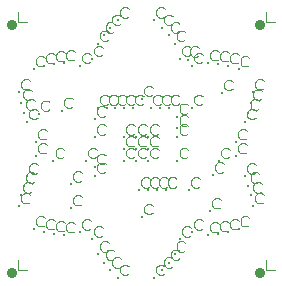
<source format=gbr>
G04 GENERATED BY PULSONIX 8.5 GERBER.DLL 5900*
G04 #@! TF.Part,Single*
%FSLAX35Y35*%
%LPD*%
%MOIN*%
G04 #@! TA.AperFunction,ViaPad*
%ADD106C,0.01000*%
G04 #@! TD.AperFunction*
%ADD107C,0.00394*%
G04 #@! TA.AperFunction,WasherPad*
%ADD328C,0.03600*%
G04 #@! TA.AperFunction,ComponentPad*
%ADD332C,0.01000*%
X0Y0D02*
D02*
D106*
X22887Y42826D03*
Y80796D03*
X23483Y46325D03*
Y77297D03*
X24368Y49645D03*
Y73977D03*
X25520Y52763D03*
Y70859D03*
X27685Y35149D03*
Y88474D03*
X28428Y59477D03*
Y64145D03*
X29331Y73622D03*
X31090Y34150D03*
Y89472D03*
X34252Y57874D03*
X34462Y33491D03*
Y90131D03*
X37205Y74606D03*
X37770Y33160D03*
Y90462D03*
X40157Y42126D03*
Y50000D03*
X43098Y34068D03*
Y89554D03*
X45079Y57874D03*
X47141Y31733D03*
Y91889D03*
X48031Y52953D03*
Y55906D03*
Y65748D03*
Y71654D03*
X49016Y75591D03*
X49019Y26665D03*
Y96957D03*
X50959Y23966D03*
Y99656D03*
X51969Y75591D03*
X53216Y21376D03*
Y102246D03*
X54921Y75591D03*
X55784Y18925D03*
Y104697D03*
X57874Y75591D03*
X60827D03*
X62795Y48031D03*
X63780Y39173D03*
Y78543D03*
X65748Y48031D03*
X66732Y75591D03*
X67838Y18925D03*
Y104697D03*
X68701Y48031D03*
X69685Y75591D03*
X70406Y21376D03*
Y102246D03*
X71654Y48031D03*
X72638Y75591D03*
X72663Y23966D03*
Y99656D03*
X74603Y26665D03*
Y96957D03*
X75591Y57874D03*
Y65748D03*
Y68701D03*
Y72638D03*
X76481Y31733D03*
Y91889D03*
X79035Y91645D03*
X79528Y48032D03*
X80512Y75591D03*
X80524Y34068D03*
Y89554D03*
X85852Y33160D03*
Y90462D03*
X86417Y41142D03*
X87402Y53030D03*
X89160Y33491D03*
Y90131D03*
X89370Y57874D03*
X90354Y80512D03*
X92532Y34150D03*
Y89472D03*
X95194Y59477D03*
Y64145D03*
X95937Y35149D03*
Y88474D03*
X98102Y52763D03*
Y70859D03*
X99254Y49645D03*
Y73977D03*
X100139Y46325D03*
Y77297D03*
X100735Y42826D03*
Y80796D03*
D02*
D107*
X22469Y24815D02*
X22469Y21341D01*
X25364*
X22469Y107492D02*
X22469Y104018D01*
X25364*
X26479Y44274D02*
X26189Y43984D01*
X25610Y43695*
X24742*
X24163Y43984*
X23873Y44274*
X23584Y44853*
Y46011*
X23873Y46590*
X24163Y46879*
X24742Y47169*
X25610*
X26189Y46879*
X26479Y46590*
Y82243D02*
X26189Y81954D01*
X25610Y81664*
X24742*
X24163Y81954*
X23873Y82243*
X23584Y82822*
Y83980*
X23873Y84559*
X24163Y84848*
X24742Y85138*
X25610*
X26189Y84848*
X26479Y84559*
X27074Y47773D02*
X26785Y47483D01*
X26206Y47194*
X25337*
X24758Y47483*
X24469Y47773*
X24179Y48352*
Y49510*
X24469Y50089*
X24758Y50378*
X25337Y50668*
X26206*
X26785Y50378*
X27074Y50089*
Y78744D02*
X26785Y78455D01*
X26206Y78165*
X25337*
X24758Y78455*
X24469Y78744*
X24179Y79323*
Y80481*
X24469Y81060*
X24758Y81350*
X25337Y81639*
X26206*
X26785Y81350*
X27074Y81060*
X27960Y51092D02*
X27670Y50803D01*
X27091Y50513*
X26223*
X25644Y50803*
X25354Y51092*
X25065Y51671*
Y52829*
X25354Y53408*
X25644Y53698*
X26223Y53987*
X27091*
X27670Y53698*
X27960Y53408*
Y75424D02*
X27670Y75135D01*
X27091Y74846*
X26223*
X25644Y75135*
X25354Y75424*
X25065Y76003*
Y77161*
X25354Y77740*
X25644Y78030*
X26223Y78319*
X27091*
X27670Y78030*
X27960Y77740*
X29112Y54210D02*
X28823Y53921D01*
X28244Y53631*
X27375*
X26796Y53921*
X26507Y54210*
X26217Y54789*
Y55947*
X26507Y56526*
X26796Y56816*
X27375Y57105*
X28244*
X28823Y56816*
X29112Y56526*
Y72307D02*
X28823Y72017D01*
X28244Y71728*
X27375*
X26796Y72017*
X26507Y72307*
X26217Y72886*
Y74044*
X26507Y74623*
X26796Y74912*
X27375Y75202*
X28244*
X28823Y74912*
X29112Y74623*
X31276Y36596D02*
X30987Y36306D01*
X30408Y36017*
X29539*
X28960Y36306*
X28671Y36596*
X28381Y37175*
Y38333*
X28671Y38912*
X28960Y39201*
X29539Y39491*
X30408*
X30987Y39201*
X31276Y38912*
Y89921D02*
X30987Y89631D01*
X30408Y89342*
X29539*
X28960Y89631*
X28671Y89921*
X28381Y90500*
Y91658*
X28671Y92237*
X28960Y92526*
X29539Y92816*
X30408*
X30987Y92526*
X31276Y92237*
X32020Y60924D02*
X31730Y60635D01*
X31151Y60345*
X30283*
X29704Y60635*
X29414Y60924*
X29125Y61503*
Y62661*
X29414Y63240*
X29704Y63529*
X30283Y63819*
X31151*
X31730Y63529*
X32020Y63240*
Y65593D02*
X31730Y65303D01*
X31151Y65014*
X30283*
X29704Y65303*
X29414Y65593*
X29125Y66172*
Y67330*
X29414Y67909*
X29704Y68198*
X30283Y68488*
X31151*
X31730Y68198*
X32020Y67909*
X32922Y75069D02*
X32633Y74780D01*
X32054Y74491*
X31186*
X30607Y74780*
X30317Y75069*
X30028Y75648*
Y76806*
X30317Y77385*
X30607Y77675*
X31186Y77964*
X32054*
X32633Y77675*
X32922Y77385*
X34682Y35598D02*
X34393Y35308D01*
X33814Y35019*
X32945*
X32366Y35308*
X32077Y35598*
X31787Y36177*
Y37334*
X32077Y37913*
X32366Y38203*
X32945Y38492*
X33814*
X34393Y38203*
X34682Y37913*
Y90919D02*
X34393Y90630D01*
X33814Y90340*
X32945*
X32366Y90630*
X32077Y90919*
X31787Y91498*
Y92656*
X32077Y93235*
X32366Y93525*
X32945Y93814*
X33814*
X34393Y93525*
X34682Y93235*
X37844Y59321D02*
X37554Y59032D01*
X36975Y58742*
X36107*
X35528Y59032*
X35238Y59321*
X34949Y59900*
Y61058*
X35238Y61637*
X35528Y61927*
X36107Y62216*
X36975*
X37554Y61927*
X37844Y61637*
X38054Y34938D02*
X37764Y34649D01*
X37186Y34359*
X36317*
X35738Y34649*
X35449Y34938*
X35159Y35517*
Y36675*
X35449Y37254*
X35738Y37543*
X36317Y37833*
X37186*
X37764Y37543*
X38054Y37254*
Y91579D02*
X37764Y91289D01*
X37186Y91000*
X36317*
X35738Y91289*
X35449Y91579*
X35159Y92158*
Y93316*
X35449Y93895*
X35738Y94184*
X36317Y94474*
X37186*
X37764Y94184*
X38054Y93895*
X40796Y76054D02*
X40507Y75764D01*
X39928Y75475*
X39060*
X38481Y75764*
X38191Y76054*
X37902Y76633*
Y77791*
X38191Y78370*
X38481Y78659*
X39060Y78949*
X39928*
X40507Y78659*
X40796Y78370*
X41361Y34607D02*
X41072Y34318D01*
X40493Y34028*
X39625*
X39046Y34318*
X38756Y34607*
X38467Y35186*
Y36344*
X38756Y36923*
X39046Y37213*
X39625Y37502*
X40493*
X41072Y37213*
X41361Y36923*
Y91910D02*
X41072Y91620D01*
X40493Y91331*
X39625*
X39046Y91620*
X38756Y91910*
X38467Y92489*
Y93647*
X38756Y94226*
X39046Y94515*
X39625Y94805*
X40493*
X41072Y94515*
X41361Y94226*
X43749Y43573D02*
X43460Y43284D01*
X42881Y42994*
X42012*
X41433Y43284*
X41144Y43573*
X40854Y44152*
Y45310*
X41144Y45889*
X41433Y46179*
X42012Y46468*
X42881*
X43460Y46179*
X43749Y45889*
Y51447D02*
X43460Y51158D01*
X42881Y50868*
X42012*
X41433Y51158*
X41144Y51447*
X40854Y52026*
Y53184*
X41144Y53763*
X41433Y54053*
X42012Y54342*
X42881*
X43460Y54053*
X43749Y53763*
X46690Y35515D02*
X46400Y35226D01*
X45821Y34936*
X44953*
X44374Y35226*
X44084Y35515*
X43795Y36094*
Y37252*
X44084Y37831*
X44374Y38120*
X44953Y38410*
X45821*
X46400Y38120*
X46690Y37831*
Y91002D02*
X46400Y90712D01*
X45821Y90423*
X44953*
X44374Y90712*
X44084Y91002*
X43795Y91581*
Y92739*
X44084Y93318*
X44374Y93607*
X44953Y93897*
X45821*
X46400Y93607*
X46690Y93318*
X48670Y59321D02*
X48381Y59032D01*
X47802Y58742*
X46934*
X46355Y59032*
X46065Y59321*
X45776Y59900*
Y61058*
X46065Y61637*
X46355Y61927*
X46934Y62216*
X47802*
X48381Y61927*
X48670Y61637*
X50733Y33181D02*
X50443Y32891D01*
X49864Y32602*
X48996*
X48417Y32891*
X48127Y33181*
X47838Y33760*
Y34918*
X48127Y35497*
X48417Y35786*
X48996Y36076*
X49864*
X50443Y35786*
X50733Y35497*
Y93336D02*
X50443Y93047D01*
X49864Y92757*
X48996*
X48417Y93047*
X48127Y93336*
X47838Y93915*
Y95073*
X48127Y95652*
X48417Y95942*
X48996Y96231*
X49864*
X50443Y95942*
X50733Y95652*
X51623Y54400D02*
X51334Y54111D01*
X50755Y53821*
X49886*
X49307Y54111*
X49018Y54400*
X48728Y54979*
Y56137*
X49018Y56716*
X49307Y57006*
X49886Y57295*
X50755*
X51334Y57006*
X51623Y56716*
Y57353D02*
X51334Y57063D01*
X50755Y56774*
X49886*
X49307Y57063*
X49018Y57353*
X48728Y57932*
Y59090*
X49018Y59669*
X49307Y59958*
X49886Y60248*
X50755*
X51334Y59958*
X51623Y59669*
Y67195D02*
X51334Y66906D01*
X50755Y66616*
X49886*
X49307Y66906*
X49018Y67195*
X48728Y67774*
Y68932*
X49018Y69511*
X49307Y69801*
X49886Y70090*
X50755*
X51334Y69801*
X51623Y69511*
Y73101D02*
X51334Y72811D01*
X50755Y72522*
X49886*
X49307Y72811*
X49018Y73101*
X48728Y73680*
Y74838*
X49018Y75417*
X49307Y75706*
X49886Y75996*
X50755*
X51334Y75706*
X51623Y75417*
X52607Y77038D02*
X52318Y76749D01*
X51739Y76459*
X50871*
X50292Y76749*
X50002Y77038*
X49713Y77617*
Y78775*
X50002Y79354*
X50292Y79643*
X50871Y79933*
X51739*
X52318Y79643*
X52607Y79354*
X52611Y28112D02*
X52321Y27823D01*
X51742Y27534*
X50874*
X50295Y27823*
X50005Y28112*
X49716Y28691*
Y29849*
X50005Y30428*
X50295Y30718*
X50874Y31007*
X51742*
X52321Y30718*
X52611Y30428*
Y98404D02*
X52321Y98115D01*
X51742Y97825*
X50874*
X50295Y98115*
X50005Y98404*
X49716Y98983*
Y100141*
X50005Y100720*
X50295Y101010*
X50874Y101299*
X51742*
X52321Y101010*
X52611Y100720*
X54551Y25414D02*
X54261Y25124D01*
X53682Y24835*
X52814*
X52235Y25124*
X51946Y25414*
X51656Y25992*
Y27150*
X51946Y27729*
X52235Y28019*
X52814Y28308*
X53682*
X54261Y28019*
X54551Y27729*
Y101103D02*
X54261Y100814D01*
X53682Y100524*
X52814*
X52235Y100814*
X51946Y101103*
X51656Y101682*
Y102840*
X51946Y103419*
X52235Y103709*
X52814Y103998*
X53682*
X54261Y103709*
X54551Y103419*
X55560Y77038D02*
X55271Y76749D01*
X54692Y76459*
X53823*
X53244Y76749*
X52955Y77038*
X52665Y77617*
Y78775*
X52955Y79354*
X53244Y79643*
X53823Y79933*
X54692*
X55271Y79643*
X55560Y79354*
X56808Y22823D02*
X56518Y22534D01*
X55940Y22244*
X55071*
X54492Y22534*
X54203Y22823*
X53913Y23402*
Y24560*
X54203Y25139*
X54492Y25429*
X55071Y25718*
X55940*
X56518Y25429*
X56808Y25139*
Y103694D02*
X56518Y103404D01*
X55940Y103115*
X55071*
X54492Y103404*
X54203Y103694*
X53913Y104273*
Y105431*
X54203Y106010*
X54492Y106299*
X55071Y106589*
X55940*
X56518Y106299*
X56808Y106010*
X58513Y77038D02*
X58223Y76749D01*
X57645Y76459*
X56776*
X56197Y76749*
X55908Y77038*
X55618Y77617*
Y78775*
X55908Y79354*
X56197Y79643*
X56776Y79933*
X57645*
X58223Y79643*
X58513Y79354*
X59376Y20373D02*
X59086Y20083D01*
X58507Y19794*
X57639*
X57060Y20083*
X56770Y20373*
X56481Y20952*
Y22110*
X56770Y22689*
X57060Y22978*
X57639Y23268*
X58507*
X59086Y22978*
X59376Y22689*
Y106144D02*
X59086Y105855D01*
X58507Y105565*
X57639*
X57060Y105855*
X56770Y106144*
X56481Y106723*
Y107881*
X56770Y108460*
X57060Y108749*
X57639Y109039*
X58507*
X59086Y108749*
X59376Y108460*
X61466Y59321D02*
X61176Y59032D01*
X60597Y58742*
X59729*
X59150Y59032*
X58860Y59321*
X58571Y59900*
Y61058*
X58860Y61637*
X59150Y61927*
X59729Y62216*
X60597*
X61176Y61927*
X61466Y61637*
Y63258D02*
X61176Y62969D01*
X60597Y62679*
X59729*
X59150Y62969*
X58860Y63258*
X58571Y63837*
Y64995*
X58860Y65574*
X59150Y65864*
X59729Y66153*
X60597*
X61176Y65864*
X61466Y65574*
Y67195D02*
X61176Y66906D01*
X60597Y66616*
X59729*
X59150Y66906*
X58860Y67195*
X58571Y67774*
Y68932*
X58860Y69511*
X59150Y69801*
X59729Y70090*
X60597*
X61176Y69801*
X61466Y69511*
Y77038D02*
X61176Y76749D01*
X60597Y76459*
X59729*
X59150Y76749*
X58860Y77038*
X58571Y77617*
Y78775*
X58860Y79354*
X59150Y79643*
X59729Y79933*
X60597*
X61176Y79643*
X61466Y79354*
X64418Y77038D02*
X64129Y76749D01*
X63550Y76459*
X62682*
X62103Y76749*
X61813Y77038*
X61524Y77617*
Y78775*
X61813Y79354*
X62103Y79643*
X62682Y79933*
X63550*
X64129Y79643*
X64418Y79354*
X65403Y59321D02*
X65113Y59032D01*
X64534Y58742*
X63666*
X63087Y59032*
X62797Y59321*
X62508Y59900*
Y61058*
X62797Y61637*
X63087Y61927*
X63666Y62216*
X64534*
X65113Y61927*
X65403Y61637*
Y63258D02*
X65113Y62969D01*
X64534Y62679*
X63666*
X63087Y62969*
X62797Y63258*
X62508Y63837*
Y64995*
X62797Y65574*
X63087Y65864*
X63666Y66153*
X64534*
X65113Y65864*
X65403Y65574*
Y67195D02*
X65113Y66906D01*
X64534Y66616*
X63666*
X63087Y66906*
X62797Y67195*
X62508Y67774*
Y68932*
X62797Y69511*
X63087Y69801*
X63666Y70090*
X64534*
X65113Y69801*
X65403Y69511*
X66387Y49479D02*
X66097Y49189D01*
X65519Y48900*
X64650*
X64071Y49189*
X63782Y49479*
X63492Y50058*
Y51216*
X63782Y51795*
X64071Y52084*
X64650Y52374*
X65519*
X66097Y52084*
X66387Y51795*
X67371Y40621D02*
X67082Y40331D01*
X66503Y40042*
X65634*
X65055Y40331*
X64766Y40621*
X64476Y41200*
Y42358*
X64766Y42937*
X65055Y43226*
X65634Y43516*
X66503*
X67082Y43226*
X67371Y42937*
Y79991D02*
X67082Y79701D01*
X66503Y79412*
X65634*
X65055Y79701*
X64766Y79991*
X64476Y80570*
Y81728*
X64766Y82307*
X65055Y82596*
X65634Y82886*
X66503*
X67082Y82596*
X67371Y82307*
X69340Y49479D02*
X69050Y49189D01*
X68471Y48900*
X67603*
X67024Y49189*
X66734Y49479*
X66445Y50058*
Y51216*
X66734Y51795*
X67024Y52084*
X67603Y52374*
X68471*
X69050Y52084*
X69340Y51795*
Y59321D02*
X69050Y59032D01*
X68471Y58742*
X67603*
X67024Y59032*
X66734Y59321*
X66445Y59900*
Y61058*
X66734Y61637*
X67024Y61927*
X67603Y62216*
X68471*
X69050Y61927*
X69340Y61637*
Y63258D02*
X69050Y62969D01*
X68471Y62679*
X67603*
X67024Y62969*
X66734Y63258*
X66445Y63837*
Y64995*
X66734Y65574*
X67024Y65864*
X67603Y66153*
X68471*
X69050Y65864*
X69340Y65574*
Y67195D02*
X69050Y66906D01*
X68471Y66616*
X67603*
X67024Y66906*
X66734Y67195*
X66445Y67774*
Y68932*
X66734Y69511*
X67024Y69801*
X67603Y70090*
X68471*
X69050Y69801*
X69340Y69511*
X70324Y77038D02*
X70034Y76749D01*
X69456Y76459*
X68587*
X68008Y76749*
X67719Y77038*
X67429Y77617*
Y78775*
X67719Y79354*
X68008Y79643*
X68587Y79933*
X69456*
X70034Y79643*
X70324Y79354*
X71430Y20373D02*
X71140Y20083D01*
X70561Y19794*
X69693*
X69114Y20083*
X68825Y20373*
X68535Y20952*
Y22110*
X68825Y22689*
X69114Y22978*
X69693Y23268*
X70561*
X71140Y22978*
X71430Y22689*
Y106144D02*
X71140Y105855D01*
X70561Y105565*
X69693*
X69114Y105855*
X68825Y106144*
X68535Y106723*
Y107881*
X68825Y108460*
X69114Y108749*
X69693Y109039*
X70561*
X71140Y108749*
X71430Y108460*
X72292Y49479D02*
X72003Y49189D01*
X71424Y48900*
X70556*
X69977Y49189*
X69687Y49479*
X69398Y50058*
Y51216*
X69687Y51795*
X69977Y52084*
X70556Y52374*
X71424*
X72003Y52084*
X72292Y51795*
X73277Y77038D02*
X72987Y76749D01*
X72408Y76459*
X71540*
X70961Y76749*
X70671Y77038*
X70382Y77617*
Y78775*
X70671Y79354*
X70961Y79643*
X71540Y79933*
X72408*
X72987Y79643*
X73277Y79354*
X73997Y22823D02*
X73708Y22534D01*
X73129Y22244*
X72261*
X71682Y22534*
X71392Y22823*
X71103Y23402*
Y24560*
X71392Y25139*
X71682Y25429*
X72261Y25718*
X73129*
X73708Y25429*
X73997Y25139*
Y103694D02*
X73708Y103404D01*
X73129Y103115*
X72261*
X71682Y103404*
X71392Y103694*
X71103Y104273*
Y105431*
X71392Y106010*
X71682Y106299*
X72261Y106589*
X73129*
X73708Y106299*
X73997Y106010*
X75245Y49479D02*
X74956Y49189D01*
X74377Y48900*
X73508*
X72929Y49189*
X72640Y49479*
X72350Y50058*
Y51216*
X72640Y51795*
X72929Y52084*
X73508Y52374*
X74377*
X74956Y52084*
X75245Y51795*
X76229Y77038D02*
X75940Y76749D01*
X75361Y76459*
X74493*
X73914Y76749*
X73624Y77038*
X73335Y77617*
Y78775*
X73624Y79354*
X73914Y79643*
X74493Y79933*
X75361*
X75940Y79643*
X76229Y79354*
X76255Y25414D02*
X75965Y25124D01*
X75386Y24835*
X74518*
X73939Y25124*
X73649Y25414*
X73360Y25992*
Y27150*
X73649Y27729*
X73939Y28019*
X74518Y28308*
X75386*
X75965Y28019*
X76255Y27729*
Y101103D02*
X75965Y100814D01*
X75386Y100524*
X74518*
X73939Y100814*
X73649Y101103*
X73360Y101682*
Y102840*
X73649Y103419*
X73939Y103709*
X74518Y103998*
X75386*
X75965Y103709*
X76255Y103419*
X78195Y28112D02*
X77905Y27823D01*
X77326Y27534*
X76458*
X75879Y27823*
X75589Y28112*
X75300Y28691*
Y29849*
X75589Y30428*
X75879Y30718*
X76458Y31007*
X77326*
X77905Y30718*
X78195Y30428*
Y98404D02*
X77905Y98115D01*
X77326Y97825*
X76458*
X75879Y98115*
X75589Y98404*
X75300Y98983*
Y100141*
X75589Y100720*
X75879Y101010*
X76458Y101299*
X77326*
X77905Y101010*
X78195Y100720*
X79182Y59321D02*
X78893Y59032D01*
X78314Y58742*
X77445*
X76866Y59032*
X76577Y59321*
X76287Y59900*
Y61058*
X76577Y61637*
X76866Y61927*
X77445Y62216*
X78314*
X78893Y61927*
X79182Y61637*
Y67195D02*
X78893Y66906D01*
X78314Y66616*
X77445*
X76866Y66906*
X76577Y67195*
X76287Y67774*
Y68932*
X76577Y69511*
X76866Y69801*
X77445Y70090*
X78314*
X78893Y69801*
X79182Y69511*
Y70148D02*
X78893Y69859D01*
X78314Y69569*
X77445*
X76866Y69859*
X76577Y70148*
X76287Y70727*
Y71885*
X76577Y72464*
X76866Y72754*
X77445Y73043*
X78314*
X78893Y72754*
X79182Y72464*
Y74085D02*
X78893Y73796D01*
X78314Y73506*
X77445*
X76866Y73796*
X76577Y74085*
X76287Y74664*
Y75822*
X76577Y76401*
X76866Y76691*
X77445Y76980*
X78314*
X78893Y76691*
X79182Y76401*
X80073Y33181D02*
X79783Y32891D01*
X79204Y32602*
X78336*
X77757Y32891*
X77467Y33181*
X77178Y33760*
Y34918*
X77467Y35497*
X77757Y35786*
X78336Y36076*
X79204*
X79783Y35786*
X80073Y35497*
Y93336D02*
X79783Y93047D01*
X79204Y92757*
X78336*
X77757Y93047*
X77467Y93336*
X77178Y93915*
Y95073*
X77467Y95652*
X77757Y95942*
X78336Y96231*
X79204*
X79783Y95942*
X80073Y95652*
X82627Y93092D02*
X82338Y92803D01*
X81759Y92513*
X80890*
X80311Y92803*
X80022Y93092*
X79732Y93671*
Y94829*
X80022Y95408*
X80311Y95697*
X80890Y95987*
X81759*
X82338Y95697*
X82627Y95408*
X83120Y49480D02*
X82830Y49190D01*
X82251Y48901*
X81383*
X80804Y49190*
X80514Y49480*
X80225Y50059*
Y51216*
X80514Y51795*
X80804Y52085*
X81383Y52374*
X82251*
X82830Y52085*
X83120Y51795*
X84104Y77038D02*
X83814Y76749D01*
X83235Y76459*
X82367*
X81788Y76749*
X81498Y77038*
X81209Y77617*
Y78775*
X81498Y79354*
X81788Y79643*
X82367Y79933*
X83235*
X83814Y79643*
X84104Y79354*
X84116Y35515D02*
X83826Y35226D01*
X83247Y34936*
X82379*
X81800Y35226*
X81511Y35515*
X81221Y36094*
Y37252*
X81511Y37831*
X81800Y38120*
X82379Y38410*
X83247*
X83826Y38120*
X84116Y37831*
Y91002D02*
X83826Y90712D01*
X83247Y90423*
X82379*
X81800Y90712*
X81511Y91002*
X81221Y91581*
Y92739*
X81511Y93318*
X81800Y93607*
X82379Y93897*
X83247*
X83826Y93607*
X84116Y93318*
X89444Y34607D02*
X89154Y34318D01*
X88576Y34028*
X87707*
X87128Y34318*
X86839Y34607*
X86549Y35186*
Y36344*
X86839Y36923*
X87128Y37213*
X87707Y37502*
X88576*
X89154Y37213*
X89444Y36923*
Y91910D02*
X89154Y91620D01*
X88576Y91331*
X87707*
X87128Y91620*
X86839Y91910*
X86549Y92489*
Y93647*
X86839Y94226*
X87128Y94515*
X87707Y94805*
X88576*
X89154Y94515*
X89444Y94226*
X90009Y42589D02*
X89720Y42300D01*
X89141Y42010*
X88272*
X87693Y42300*
X87404Y42589*
X87114Y43168*
Y44326*
X87404Y44905*
X87693Y45195*
X88272Y45484*
X89141*
X89720Y45195*
X90009Y44905*
X90993Y54478D02*
X90704Y54188D01*
X90125Y53899*
X89256*
X88677Y54188*
X88388Y54478*
X88098Y55057*
Y56215*
X88388Y56794*
X88677Y57083*
X89256Y57373*
X90125*
X90704Y57083*
X90993Y56794*
X92751Y34938D02*
X92462Y34649D01*
X91883Y34359*
X91015*
X90436Y34649*
X90146Y34938*
X89857Y35517*
Y36675*
X90146Y37254*
X90436Y37543*
X91015Y37833*
X91883*
X92462Y37543*
X92751Y37254*
Y91579D02*
X92462Y91289D01*
X91883Y91000*
X91015*
X90436Y91289*
X90146Y91579*
X89857Y92158*
Y93316*
X90146Y93895*
X90436Y94184*
X91015Y94474*
X91883*
X92462Y94184*
X92751Y93895*
X92962Y59321D02*
X92672Y59032D01*
X92093Y58742*
X91225*
X90646Y59032*
X90356Y59321*
X90067Y59900*
Y61058*
X90356Y61637*
X90646Y61927*
X91225Y62216*
X92093*
X92672Y61927*
X92962Y61637*
X93946Y81959D02*
X93657Y81670D01*
X93078Y81380*
X92209*
X91630Y81670*
X91341Y81959*
X91051Y82538*
Y83696*
X91341Y84275*
X91630Y84565*
X92209Y84854*
X93078*
X93657Y84565*
X93946Y84275*
X96123Y35598D02*
X95834Y35308D01*
X95255Y35019*
X94386*
X93807Y35308*
X93518Y35598*
X93228Y36177*
Y37334*
X93518Y37913*
X93807Y38203*
X94386Y38492*
X95255*
X95834Y38203*
X96123Y37913*
Y90919D02*
X95834Y90630D01*
X95255Y90340*
X94386*
X93807Y90630*
X93518Y90919*
X93228Y91498*
Y92656*
X93518Y93235*
X93807Y93525*
X94386Y93814*
X95255*
X95834Y93525*
X96123Y93235*
X98786Y60924D02*
X98496Y60635D01*
X97917Y60345*
X97049*
X96470Y60635*
X96180Y60924*
X95891Y61503*
Y62661*
X96180Y63240*
X96470Y63529*
X97049Y63819*
X97917*
X98496Y63529*
X98786Y63240*
Y65593D02*
X98496Y65303D01*
X97917Y65014*
X97049*
X96470Y65303*
X96180Y65593*
X95891Y66172*
Y67330*
X96180Y67909*
X96470Y68198*
X97049Y68488*
X97917*
X98496Y68198*
X98786Y67909*
X99529Y36596D02*
X99240Y36306D01*
X98661Y36017*
X97792*
X97213Y36306*
X96924Y36596*
X96634Y37175*
Y38333*
X96924Y38912*
X97213Y39201*
X97792Y39491*
X98661*
X99240Y39201*
X99529Y38912*
Y89921D02*
X99240Y89631D01*
X98661Y89342*
X97792*
X97213Y89631*
X96924Y89921*
X96634Y90500*
Y91658*
X96924Y92237*
X97213Y92526*
X97792Y92816*
X98661*
X99240Y92526*
X99529Y92237*
X101693Y54210D02*
X101404Y53921D01*
X100825Y53631*
X99956*
X99377Y53921*
X99088Y54210*
X98798Y54789*
Y55947*
X99088Y56526*
X99377Y56816*
X99956Y57105*
X100825*
X101404Y56816*
X101693Y56526*
Y72307D02*
X101404Y72017D01*
X100825Y71728*
X99956*
X99377Y72017*
X99088Y72307*
X98798Y72886*
Y74044*
X99088Y74623*
X99377Y74912*
X99956Y75202*
X100825*
X101404Y74912*
X101693Y74623*
X102846Y51092D02*
X102556Y50803D01*
X101977Y50513*
X101109*
X100530Y50803*
X100241Y51092*
X99951Y51671*
Y52829*
X100241Y53408*
X100530Y53698*
X101109Y53987*
X101977*
X102556Y53698*
X102846Y53408*
Y75424D02*
X102556Y75135D01*
X101977Y74846*
X101109*
X100530Y75135*
X100241Y75424*
X99951Y76003*
Y77161*
X100241Y77740*
X100530Y78030*
X101109Y78319*
X101977*
X102556Y78030*
X102846Y77740*
X103731Y47773D02*
X103442Y47483D01*
X102863Y47194*
X101994*
X101415Y47483*
X101126Y47773*
X100836Y48352*
Y49510*
X101126Y50089*
X101415Y50378*
X101994Y50668*
X102863*
X103442Y50378*
X103731Y50089*
Y78744D02*
X103442Y78455D01*
X102863Y78165*
X101994*
X101415Y78455*
X101126Y78744*
X100836Y79323*
Y80481*
X101126Y81060*
X101415Y81350*
X101994Y81639*
X102863*
X103442Y81350*
X103731Y81060*
X104327Y44274D02*
X104037Y43984D01*
X103458Y43695*
X102590*
X102011Y43984*
X101721Y44274*
X101432Y44853*
Y46011*
X101721Y46590*
X102011Y46879*
X102590Y47169*
X103458*
X104037Y46879*
X104327Y46590*
Y82243D02*
X104037Y81954D01*
X103458Y81664*
X102590*
X102011Y81954*
X101721Y82243*
X101432Y82822*
Y83980*
X101721Y84559*
X102011Y84848*
X102590Y85138*
X103458*
X104037Y84848*
X104327Y84559*
X105146Y24815D02*
X105146Y21341D01*
X108041*
X105146Y107492D02*
X105146Y104018D01*
X108041*
D02*
D328*
X20472Y20472D03*
Y103150D03*
X103150Y20472D03*
Y103150D03*
D02*
D332*
X57874Y57874D03*
Y61811D03*
Y65748D03*
X61811Y57874D03*
Y61811D03*
Y65748D03*
X65748Y57874D03*
Y61811D03*
Y65748D03*
X0Y0D02*
M02*

</source>
